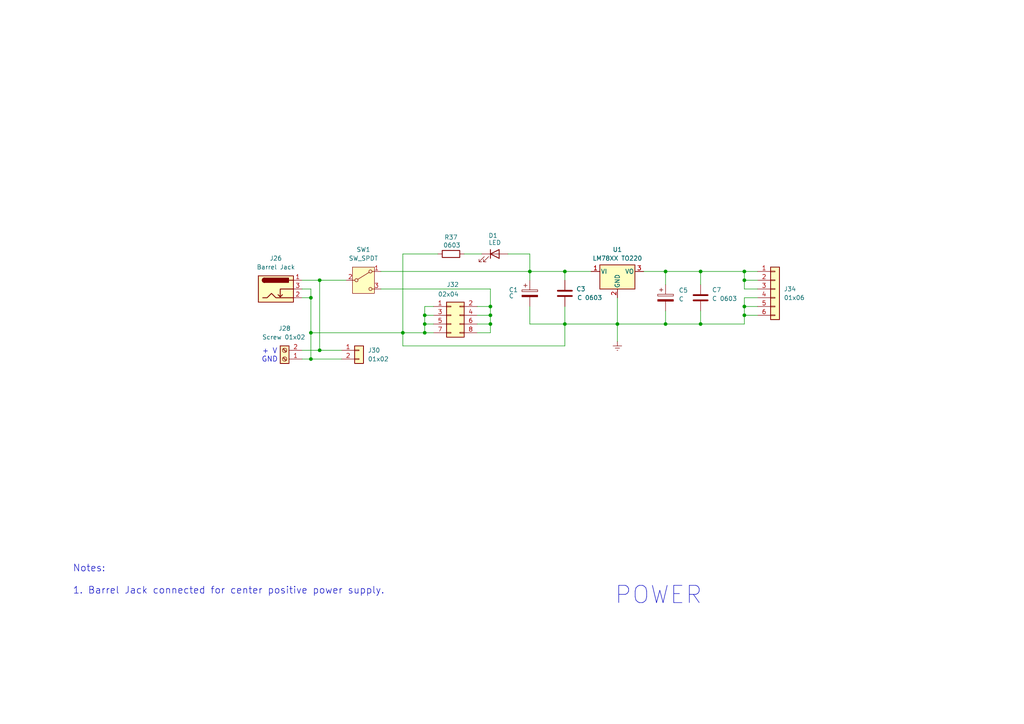
<source format=kicad_sch>
(kicad_sch (version 20231120) (generator "eeschema") (generator_version "8.0")
  (paper "A4")
  (title_block (title "ProtoConn Schematics") (date "2024-12-01") (rev "1") (company "@pakequis"))
  (lib_symbols
    (symbol "Connector:Barrel_Jack_Switch" (pin_names hide)
      (property "Reference" "J" (at 0 5.334 0))
      (property "Value" "Barrel_Jack_Switch" (at 0 -5.08 0))
      (symbol "Barrel_Jack_Switch_0_1"
        (rectangle (start -5.08 3.81) (end 5.08 -3.81) (stroke (width 0.254)) (fill (type background)))
        (arc (start -3.302 3.175) (mid -3.9343 2.54) (end -3.302 1.905) (stroke (width 0.254)))
        (arc (start -3.302 3.175) (mid -3.9343 2.54) (end -3.302 1.905) (stroke (width 0.254)) (fill (type outline)))
        (polyline (pts (xy 1.27 -2.286) (xy 1.905 -1.651)) (stroke (width 0.254)))
        (polyline (pts (xy 5.08 2.54) (xy 3.81 2.54)) (stroke (width 0.254)))
        (polyline (pts (xy 5.08 0) (xy 1.27 0) (xy 1.27 -2.286) (xy 0.635 -1.651)) (stroke (width 0.254)))
        (polyline (pts (xy -3.81 -2.54) (xy -2.54 -2.54) (xy -1.27 -1.27) (xy 0 -2.54) (xy 2.54 -2.54) (xy 5.08 -2.54)) (stroke (width 0.254)))
        (rectangle (start 3.683 3.175) (end -3.302 1.905) (stroke (width 0.254)) (fill (type outline)))
      )
      (symbol "Barrel_Jack_Switch_1_1"
        (pin passive line (at 7.62 2.54 180) (length 2.54) (name "~") (number "1"))
        (pin passive line (at 7.62 -2.54 180) (length 2.54) (name "~") (number "2"))
        (pin passive line (at 7.62 0 180) (length 2.54) (name "~") (number "3"))
      )
    )
    (symbol "Connector:Screw_Terminal_01x02" (pin_names (offset 1.016) hide)
      (property "Reference" "J" (at 0 2.54 0))
      (property "Value" "Screw_Terminal_01x02" (at 0 -5.08 0))
      (symbol "Screw_Terminal_01x02_1_1"
        (rectangle (start -1.27 1.27) (end 1.27 -3.81) (stroke (width 0.254)) (fill (type background)))
        (circle (center 0 -2.54) (radius 0.635) (stroke (width 0.1524)))
        (polyline (pts (xy -0.5334 -2.2098) (xy 0.3302 -3.048)) (stroke (width 0.1524)))
        (polyline (pts (xy -0.5334 0.3302) (xy 0.3302 -0.508)) (stroke (width 0.1524)))
        (polyline (pts (xy -0.3556 -2.032) (xy 0.508 -2.8702)) (stroke (width 0.1524)))
        (polyline (pts (xy -0.3556 0.508) (xy 0.508 -0.3302)) (stroke (width 0.1524)))
        (circle (center 0 0) (radius 0.635) (stroke (width 0.1524)))
        (pin passive line (at -5.08 0 0) (length 3.81) (name "Pin_1") (number "1"))
        (pin passive line (at -5.08 -2.54 0) (length 3.81) (name "Pin_2") (number "2"))
      )
    )
    (symbol "Connector_Generic:Conn_01x02" (pin_names (offset 1.016) hide)
      (property "Reference" "J" (at 0 2.54 0))
      (property "Value" "Conn_01x02" (at 0 -5.08 0))
      (symbol "Conn_01x02_1_1"
        (rectangle (start -1.27 -2.413) (end 0 -2.667) (stroke (width 0.1524)))
        (rectangle (start -1.27 0.127) (end 0 -0.127) (stroke (width 0.1524)))
        (rectangle (start -1.27 1.27) (end 1.27 -3.81) (stroke (width 0.254)) (fill (type background)))
        (pin passive line (at -5.08 0 0) (length 3.81) (name "Pin_1") (number "1"))
        (pin passive line (at -5.08 -2.54 0) (length 3.81) (name "Pin_2") (number "2"))
      )
    )
    (symbol "Connector_Generic:Conn_01x06" (pin_names (offset 1.016) hide)
      (property "Reference" "J" (at 0 7.62 0))
      (property "Value" "Conn_01x06" (at 0 -10.16 0))
      (symbol "Conn_01x06_1_1"
        (rectangle (start -1.27 -7.493) (end 0 -7.747) (stroke (width 0.1524)))
        (rectangle (start -1.27 -4.953) (end 0 -5.207) (stroke (width 0.1524)))
        (rectangle (start -1.27 -2.413) (end 0 -2.667) (stroke (width 0.1524)))
        (rectangle (start -1.27 0.127) (end 0 -0.127) (stroke (width 0.1524)))
        (rectangle (start -1.27 2.667) (end 0 2.413) (stroke (width 0.1524)))
        (rectangle (start -1.27 5.207) (end 0 4.953) (stroke (width 0.1524)))
        (rectangle (start -1.27 6.35) (end 1.27 -8.89) (stroke (width 0.254)) (fill (type background)))
        (pin passive line (at -5.08 5.08 0) (length 3.81) (name "Pin_1") (number "1"))
        (pin passive line (at -5.08 2.54 0) (length 3.81) (name "Pin_2") (number "2"))
        (pin passive line (at -5.08 0 0) (length 3.81) (name "Pin_3") (number "3"))
        (pin passive line (at -5.08 -2.54 0) (length 3.81) (name "Pin_4") (number "4"))
        (pin passive line (at -5.08 -5.08 0) (length 3.81) (name "Pin_5") (number "5"))
        (pin passive line (at -5.08 -7.62 0) (length 3.81) (name "Pin_6") (number "6"))
      )
    )
    (symbol "Connector_Generic:Conn_02x04_Odd_Even" (pin_names (offset 1.016) hide)
      (property "Reference" "J" (at 1.27 5.08 0))
      (property "Value" "Conn_02x04_Odd_Even" (at 1.27 -7.62 0))
      (symbol "Conn_02x04_Odd_Even_1_1"
        (rectangle (start -1.27 -4.953) (end 0 -5.207) (stroke (width 0.1524)))
        (rectangle (start -1.27 -2.413) (end 0 -2.667) (stroke (width 0.1524)))
        (rectangle (start -1.27 0.127) (end 0 -0.127) (stroke (width 0.1524)))
        (rectangle (start -1.27 2.667) (end 0 2.413) (stroke (width 0.1524)))
        (rectangle (start -1.27 3.81) (end 3.81 -6.35) (stroke (width 0.254)) (fill (type background)))
        (rectangle (start 3.81 -4.953) (end 2.54 -5.207) (stroke (width 0.1524)))
        (rectangle (start 3.81 -2.413) (end 2.54 -2.667) (stroke (width 0.1524)))
        (rectangle (start 3.81 0.127) (end 2.54 -0.127) (stroke (width 0.1524)))
        (rectangle (start 3.81 2.667) (end 2.54 2.413) (stroke (width 0.1524)))
        (pin passive line (at -5.08 2.54 0) (length 3.81) (name "Pin_1") (number "1"))
        (pin passive line (at 7.62 2.54 180) (length 3.81) (name "Pin_2") (number "2"))
        (pin passive line (at -5.08 0 0) (length 3.81) (name "Pin_3") (number "3"))
        (pin passive line (at 7.62 0 180) (length 3.81) (name "Pin_4") (number "4"))
        (pin passive line (at -5.08 -2.54 0) (length 3.81) (name "Pin_5") (number "5"))
        (pin passive line (at 7.62 -2.54 180) (length 3.81) (name "Pin_6") (number "6"))
        (pin passive line (at -5.08 -5.08 0) (length 3.81) (name "Pin_7") (number "7"))
        (pin passive line (at 7.62 -5.08 180) (length 3.81) (name "Pin_8") (number "8"))
      )
    )
    (symbol "Device:C" (pin_numbers hide) (pin_names (offset 0.254))
      (property "Reference" "C" (at 0.635 2.54 0))
      (property "Value" "C" (at 0.635 -2.54 0))
      (symbol "C_0_1"
        (polyline (pts (xy -2.032 -0.762) (xy 2.032 -0.762)) (stroke (width 0.508)))
        (polyline (pts (xy -2.032 0.762) (xy 2.032 0.762)) (stroke (width 0.508)))
      )
      (symbol "C_1_1"
        (pin passive line (at 0 3.81 270) (length 2.794) (name "~") (number "1"))
        (pin passive line (at 0 -3.81 90) (length 2.794) (name "~") (number "2"))
      )
    )
    (symbol "Device:C_Polarized" (pin_numbers hide) (pin_names (offset 0.254))
      (property "Reference" "C" (at 0.635 2.54 0))
      (property "Value" "C_Polarized" (at 0.635 -2.54 0))
      (symbol "C_Polarized_0_1"
        (rectangle (start -2.286 0.508) (end 2.286 1.016))
        (polyline (pts (xy -1.778 2.286) (xy -0.762 2.286)))
        (polyline (pts (xy -1.27 2.794) (xy -1.27 1.778)))
        (rectangle (start 2.286 -0.508) (end -2.286 -1.016) (fill (type outline)))
      )
      (symbol "C_Polarized_1_1"
        (pin passive line (at 0 3.81 270) (length 2.794) (name "~") (number "1"))
        (pin passive line (at 0 -3.81 90) (length 2.794) (name "~") (number "2"))
      )
    )
    (symbol "Device:LED" (pin_numbers hide) (pin_names (offset 1.016) hide)
      (property "Reference" "D" (at 0 2.54 0))
      (property "Value" "LED" (at 0 -2.54 0))
      (symbol "LED_0_1"
        (polyline (pts (xy -1.27 -1.27) (xy -1.27 1.27)) (stroke (width 0.254)))
        (polyline (pts (xy -1.27 0) (xy 1.27 0)))
        (polyline (pts (xy 1.27 -1.27) (xy 1.27 1.27) (xy -1.27 0) (xy 1.27 -1.27)) (stroke (width 0.254)))
        (polyline (pts (xy -3.048 -0.762) (xy -4.572 -2.286) (xy -3.81 -2.286) (xy -4.572 -2.286) (xy -4.572 -1.524)))
        (polyline (pts (xy -1.778 -0.762) (xy -3.302 -2.286) (xy -2.54 -2.286) (xy -3.302 -2.286) (xy -3.302 -1.524)))
      )
      (symbol "LED_1_1"
        (pin passive line (at -3.81 0 0) (length 2.54) (name "K") (number "1"))
        (pin passive line (at 3.81 0 180) (length 2.54) (name "A") (number "2"))
      )
    )
    (symbol "Device:R" (pin_numbers hide) (pin_names (offset 0))
      (property "Reference" "R" (at 2.032 0 90))
      (property "Value" "R" (at 0 0 90))
      (symbol "R_0_1"
        (rectangle (start -1.016 -2.54) (end 1.016 2.54) (stroke (width 0.254)))
      )
      (symbol "R_1_1"
        (pin passive line (at 0 3.81 270) (length 1.27) (name "~") (number "1"))
        (pin passive line (at 0 -3.81 90) (length 1.27) (name "~") (number "2"))
      )
    )
    (symbol "Regulator_Linear:LM7805_TO220" (pin_names (offset 0.254))
      (property "Reference" "U" (at -3.81 3.175 0))
      (property "Value" "LM7805_TO220" (at 0 3.175 0))
      (symbol "LM7805_TO220_0_1"
        (rectangle (start -5.08 1.905) (end 5.08 -5.08) (stroke (width 0.254)) (fill (type background)))
      )
      (symbol "LM7805_TO220_1_1"
        (pin power_in line (at -7.62 0 0) (length 2.54) (name "VI") (number "1"))
        (pin power_in line (at 0 -7.62 90) (length 2.54) (name "GND") (number "2"))
        (pin power_out line (at 7.62 0 180) (length 2.54) (name "VO") (number "3"))
      )
    )
    (symbol "Switch:SW_SPDT" (pin_names (offset 0) hide)
      (property "Reference" "SW" (at 0 5.08 0))
      (property "Value" "SW_SPDT" (at 0 -5.08 0))
      (symbol "SW_SPDT_0_1"
        (circle (center -2.032 0) (radius 0.4572))
        (polyline (pts (xy -1.651 0.254) (xy 1.651 2.286)))
        (circle (center 2.032 -2.54) (radius 0.4572))
        (circle (center 2.032 2.54) (radius 0.4572))
      )
      (symbol "SW_SPDT_1_1"
        (rectangle (start -3.175 3.81) (end 3.175 -3.81) (fill (type background)))
        (pin passive line (at 5.08 2.54 180) (length 2.54) (name "A") (number "1"))
        (pin passive line (at -5.08 0 0) (length 2.54) (name "B") (number "2"))
        (pin passive line (at 5.08 -2.54 180) (length 2.54) (name "C") (number "3"))
      )
    )
    (symbol "power:GNDREF" (power) (pin_numbers hide) (pin_names (offset 0) hide)
      (property "Value" "GNDREF" (at 0 -3.81 0))
      (symbol "GNDREF_0_1"
        (polyline (pts (xy -0.635 -1.905) (xy 0.635 -1.905)))
        (polyline (pts (xy -0.127 -2.54) (xy 0.127 -2.54)))
        (polyline (pts (xy 0 -1.27) (xy 0 0)))
        (polyline (pts (xy 1.27 -1.27) (xy -1.27 -1.27)))
      )
      (symbol "GNDREF_1_1"
        (pin power_in line (at 0 0 270) (length 0) (name "~") (number "1"))
      )
    )
  )
  (junction (at 163.83 93.98))
  (junction (at 179.07 93.98))
  (junction (at 203.2 78.74))
  (junction (at 142.24 91.44))
  (junction (at 215.9 78.74))
  (junction (at 116.84 96.52))
  (junction (at 90.17 86.36))
  (junction (at 92.71 101.6))
  (junction (at 193.04 78.74))
  (junction (at 90.17 104.14))
  (junction (at 142.24 93.98))
  (junction (at 215.9 91.44))
  (junction (at 193.04 93.98))
  (junction (at 123.19 91.44))
  (junction (at 153.67 78.74))
  (junction (at 203.2 93.98))
  (junction (at 123.19 93.98))
  (junction (at 90.17 96.52))
  (junction (at 142.24 88.9))
  (junction (at 92.71 81.28))
  (junction (at 215.9 88.9))
  (junction (at 163.83 78.74))
  (junction (at 123.19 96.52))
  (junction (at 215.9 81.28))
  (wire (pts (xy 193.04 82.55) (xy 193.04 78.74)))
  (wire (pts (xy 123.19 88.9) (xy 123.19 91.44)))
  (wire (pts (xy 90.17 96.52) (xy 90.17 86.36)))
  (wire (pts (xy 125.73 88.9) (xy 123.19 88.9)))
  (wire (pts (xy 215.9 81.28) (xy 215.9 78.74)))
  (wire (pts (xy 153.67 78.74) (xy 163.83 78.74)))
  (wire (pts (xy 179.07 93.98) (xy 179.07 99.06)))
  (wire (pts (xy 215.9 86.36) (xy 215.9 88.9)))
  (wire (pts (xy 116.84 73.66) (xy 116.84 96.52)))
  (wire (pts (xy 123.19 91.44) (xy 123.19 93.98)))
  (wire (pts (xy 163.83 100.33) (xy 163.83 93.98)))
  (wire (pts (xy 92.71 81.28) (xy 87.63 81.28)))
  (wire (pts (xy 90.17 104.14) (xy 90.17 96.52)))
  (wire (pts (xy 203.2 82.55) (xy 203.2 78.74)))
  (wire (pts (xy 92.71 101.6) (xy 92.71 81.28)))
  (wire (pts (xy 215.9 91.44) (xy 215.9 93.98)))
  (wire (pts (xy 179.07 93.98) (xy 193.04 93.98)))
  (wire (pts (xy 142.24 88.9) (xy 142.24 91.44)))
  (wire (pts (xy 142.24 91.44) (xy 142.24 93.98)))
  (wire (pts (xy 219.71 86.36) (xy 215.9 86.36)))
  (wire (pts (xy 153.67 88.9) (xy 153.67 93.98)))
  (wire (pts (xy 125.73 91.44) (xy 123.19 91.44)))
  (wire (pts (xy 215.9 78.74) (xy 219.71 78.74)))
  (wire (pts (xy 87.63 83.82) (xy 90.17 83.82)))
  (wire (pts (xy 219.71 88.9) (xy 215.9 88.9)))
  (wire (pts (xy 142.24 83.82) (xy 142.24 88.9)))
  (wire (pts (xy 87.63 104.14) (xy 90.17 104.14)))
  (wire (pts (xy 138.43 91.44) (xy 142.24 91.44)))
  (wire (pts (xy 123.19 96.52) (xy 125.73 96.52)))
  (wire (pts (xy 215.9 88.9) (xy 215.9 91.44)))
  (wire (pts (xy 116.84 96.52) (xy 116.84 100.33)))
  (wire (pts (xy 153.67 93.98) (xy 163.83 93.98)))
  (wire (pts (xy 90.17 83.82) (xy 90.17 86.36)))
  (wire (pts (xy 87.63 101.6) (xy 92.71 101.6)))
  (wire (pts (xy 219.71 81.28) (xy 215.9 81.28)))
  (wire (pts (xy 193.04 93.98) (xy 203.2 93.98)))
  (wire (pts (xy 125.73 93.98) (xy 123.19 93.98)))
  (wire (pts (xy 163.83 78.74) (xy 163.83 81.28)))
  (wire (pts (xy 147.32 73.66) (xy 153.67 73.66)))
  (wire (pts (xy 116.84 96.52) (xy 123.19 96.52)))
  (wire (pts (xy 90.17 86.36) (xy 87.63 86.36)))
  (wire (pts (xy 110.49 78.74) (xy 153.67 78.74)))
  (wire (pts (xy 215.9 93.98) (xy 203.2 93.98)))
  (wire (pts (xy 153.67 73.66) (xy 153.67 78.74)))
  (wire (pts (xy 127 73.66) (xy 116.84 73.66)))
  (wire (pts (xy 110.49 83.82) (xy 142.24 83.82)))
  (wire (pts (xy 219.71 83.82) (xy 215.9 83.82)))
  (wire (pts (xy 92.71 101.6) (xy 99.06 101.6)))
  (wire (pts (xy 193.04 90.17) (xy 193.04 93.98)))
  (wire (pts (xy 123.19 93.98) (xy 123.19 96.52)))
  (wire (pts (xy 116.84 100.33) (xy 163.83 100.33)))
  (wire (pts (xy 142.24 93.98) (xy 142.24 96.52)))
  (wire (pts (xy 134.62 73.66) (xy 139.7 73.66)))
  (wire (pts (xy 193.04 78.74) (xy 186.69 78.74)))
  (wire (pts (xy 163.83 78.74) (xy 171.45 78.74)))
  (wire (pts (xy 163.83 88.9) (xy 163.83 93.98)))
  (wire (pts (xy 219.71 91.44) (xy 215.9 91.44)))
  (wire (pts (xy 179.07 86.36) (xy 179.07 93.98)))
  (wire (pts (xy 138.43 93.98) (xy 142.24 93.98)))
  (wire (pts (xy 138.43 88.9) (xy 142.24 88.9)))
  (wire (pts (xy 163.83 93.98) (xy 179.07 93.98)))
  (wire (pts (xy 153.67 78.74) (xy 153.67 81.28)))
  (wire (pts (xy 203.2 78.74) (xy 215.9 78.74)))
  (wire (pts (xy 90.17 104.14) (xy 99.06 104.14)))
  (wire (pts (xy 203.2 78.74) (xy 193.04 78.74)))
  (wire (pts (xy 142.24 96.52) (xy 138.43 96.52)))
  (wire (pts (xy 215.9 83.82) (xy 215.9 81.28)))
  (wire (pts (xy 90.17 96.52) (xy 116.84 96.52)))
  (wire (pts (xy 203.2 90.17) (xy 203.2 93.98)))
  (wire (pts (xy 92.71 81.28) (xy 100.33 81.28)))
  (text "Notes:\n\n1. Barrel Jack connected for center positive power supply." (at 21.082 168.148 0) (effects (font (size 2 2)) (justify left)))
  (text "POWER" (at 191.008 172.72 0) (effects (font (size 5 5))))
  (text "+ V\nGND" (at 78.232 103.124 0) (effects (font (size 1.5 1.5))))
  (symbol (lib_id "Device:LED") (at 143.51 73.66 0) (unit 1)
    (property "Reference" "D1" (at 143.002 68.326 0))
    (property "Value" "LED" (at 143.51 70.358 0))
    (property "Footprint" "LED_SMD:LED_0603_1608Metric" (effects (hide yes)))
    (property "Description" "Light emitting diode" (effects (hide yes)))
  )
  (symbol (lib_id "Device:C_Polarized") (at 193.04 86.36 0) (unit 1)
    (property "Reference" "C5" (at 196.85 84.2009 0) (effects (justify left)))
    (property "Value" "C" (at 196.85 86.7409 0) (effects (justify left)))
    (property "Footprint" "Capacitor_THT:CP_Radial_D5.0mm_P2.50mm" (effects (hide yes)))
    (property "Description" "Polarized capacitor" (effects (hide yes)))
  )
  (symbol (lib_id "Device:C") (at 163.83 85.09 0) (unit 1)
    (property "Reference" "C3" (at 167.132 83.82 0) (effects (justify left)))
    (property "Value" "C 0603" (at 167.386 86.36 0) (effects (justify left)))
    (property "Footprint" "Capacitor_SMD:C_0603_1608Metric_Pad1.08x0.95mm_HandSolder" (effects (hide yes)))
    (property "Description" "Unpolarized capacitor" (effects (hide yes)))
  )
  (symbol (lib_id "Connector:Barrel_Jack_Switch") (at 80.01 83.82 0) (unit 1)
    (property "Reference" "J26" (at 80.01 74.93 0))
    (property "Value" "Barrel Jack" (at 80.01 77.47 0))
    (property "Footprint" "Connector_BarrelJack:BarrelJack_Kycon_KLDX-0202-xC_Horizontal" (effects (hide yes)))
    (property "Description" "DC Barrel Jack with an internal switch" (effects (hide yes)))
  )
  (symbol (lib_id "Connector_Generic:Conn_01x06") (at 224.79 83.82 0) (unit 1)
    (property "Reference" "J34" (at 227.33 83.8199 0) (effects (justify left)))
    (property "Value" "01x06" (at 227.33 86.3599 0) (effects (justify left)))
    (property "Footprint" "Connector_PinHeader_2.54mm:PinHeader_1x06_P2.54mm_Vertical" (effects (hide yes)))
    (property "Description" "Generic connector, single row, 01x06, script generated (kicad-library-utils/schlib/autogen/connector/)" (effects (hide yes)))
  )
  (symbol (lib_id "Device:R") (at 130.81 73.66 270) (unit 1)
    (property "Reference" "R37" (at 130.81 68.834 90))
    (property "Value" "0603" (at 131.064 71.12 90))
    (property "Footprint" "Resistor_SMD:R_0603_1608Metric_Pad0.98x0.95mm_HandSolder" (effects (hide yes)))
    (property "Description" "Resistor" (effects (hide yes)))
  )
  (symbol (lib_id "Connector:Screw_Terminal_01x02") (at 82.55 104.14 180) (unit 1)
    (property "Reference" "J28" (at 82.55 95.25 0))
    (property "Value" "Screw 01x02" (at 82.296 97.79 0))
    (property "Footprint" "TerminalBlock:TerminalBlock_bornier-2_P5.08mm" (effects (hide yes)))
    (property "Description" "Generic screw terminal, single row, 01x02, script generated (kicad-library-utils/schlib/autogen/connector/)" (effects (hide yes)))
  )
  (symbol (lib_id "power:GNDREF") (at 179.07 99.06 0) (unit 1)
    (property "Reference" "#PWR06" (effects (hide yes)))
    (property "Value" "GNDREF" (effects (hide yes)))
    (property "Description" "Power symbol creates a global label with name \"GNDREF\" , reference supply ground" (effects (hide yes)))
  )
  (symbol (lib_id "Device:C_Polarized") (at 153.67 85.09 0) (unit 1)
    (property "Reference" "C1" (at 147.574 84.074 0) (effects (justify left)))
    (property "Value" "C" (at 147.574 85.852 0) (effects (justify left)))
    (property "Footprint" "Capacitor_THT:CP_Radial_D5.0mm_P2.50mm" (effects (hide yes)))
    (property "Description" "Polarized capacitor" (effects (hide yes)))
  )
  (symbol (lib_id "Connector_Generic:Conn_01x02") (at 104.14 101.6 0) (unit 1)
    (property "Reference" "J30" (at 106.68 101.5999 0) (effects (justify left)))
    (property "Value" "01x02" (at 106.68 104.1399 0) (effects (justify left)))
    (property "Footprint" "Connector_PinHeader_2.54mm:PinHeader_1x02_P2.54mm_Vertical" (effects (hide yes)))
    (property "Description" "Generic connector, single row, 01x02, script generated (kicad-library-utils/schlib/autogen/connector/)" (effects (hide yes)))
  )
  (symbol (lib_id "Regulator_Linear:LM7805_TO220") (at 179.07 78.74 0) (unit 1)
    (property "Reference" "U1" (at 179.07 72.39 0))
    (property "Value" "LM78XX TO220" (at 179.07 74.93 0))
    (property "Footprint" "Package_TO_SOT_THT:TO-220-3_Vertical" (effects (hide yes)))
    (property "Datasheet" "https://www.onsemi.cn/PowerSolutions/document/MC7800-D.PDF" (effects (hide yes)))
    (property "Description" "Positive 1A 35V Linear Regulator, Fixed Output 5V, TO-220" (effects (hide yes)))
  )
  (symbol (lib_id "Device:C") (at 203.2 86.36 0) (unit 1)
    (property "Reference" "C7" (at 206.502 84.074 0) (effects (justify left)))
    (property "Value" "C 0603" (at 206.502 86.614 0) (effects (justify left)))
    (property "Footprint" "Capacitor_SMD:C_0603_1608Metric_Pad1.08x0.95mm_HandSolder" (effects (hide yes)))
    (property "Description" "Unpolarized capacitor" (effects (hide yes)))
  )
  (symbol (lib_id "Connector_Generic:Conn_02x04_Odd_Even") (at 130.81 91.44 0) (unit 1)
    (property "Reference" "J32" (at 131.318 82.55 0))
    (property "Value" "02x04" (at 130.048 85.344 0))
    (property "Footprint" "Connector_PinHeader_2.54mm:PinHeader_2x04_P2.54mm_Vertical" (effects (hide yes)))
    (property "Description" "Generic connector, double row, 02x04, odd/even pin numbering scheme (row 1 odd numbers, row 2 even numbers), script generated (kicad-library-utils/schlib/autogen/connector/)" (effects (hide yes)))
  )
  (symbol (lib_id "Switch:SW_SPDT") (at 105.41 81.28 0) (unit 1)
    (property "Reference" "SW1" (at 105.41 72.39 0))
    (property "Value" "SW_SPDT" (at 105.41 74.93 0))
    (property "Footprint" "Button_Switch_THT:SW_Slide_SPDT_Straight_CK_OS102011MS2Q" (effects (hide yes)))
    (property "Description" "Switch, single pole double throw" (effects (hide yes)))
  )
)
</source>
